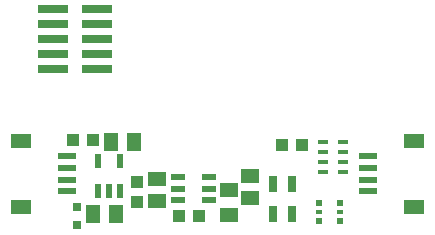
<source format=gbr>
G04 EAGLE Gerber RS-274X export*
G75*
%MOMM*%
%FSLAX34Y34*%
%LPD*%
%INSolderpaste Top*%
%IPPOS*%
%AMOC8*
5,1,8,0,0,1.08239X$1,22.5*%
G01*
%ADD10R,1.300000X1.500000*%
%ADD11R,0.550000X1.200000*%
%ADD12R,1.000000X1.100000*%
%ADD13R,0.900000X0.450000*%
%ADD14R,0.500000X0.500000*%
%ADD15R,0.500000X0.400000*%
%ADD16R,1.550000X0.600000*%
%ADD17R,1.800000X1.200000*%
%ADD18R,0.800000X0.800000*%
%ADD19R,1.100000X1.000000*%
%ADD20R,2.600000X0.650000*%
%ADD21R,1.500000X1.300000*%
%ADD22R,1.500000X1.200000*%
%ADD23R,1.200000X0.550000*%
%ADD24R,0.800000X1.350000*%


D10*
X72910Y55120D03*
X91910Y55120D03*
D11*
X76720Y73869D03*
X86220Y73869D03*
X95720Y73869D03*
X95720Y99871D03*
X76720Y99871D03*
D10*
X88150Y116080D03*
X107150Y116080D03*
D12*
X109980Y82020D03*
X109980Y65020D03*
D13*
X267600Y90010D03*
X284600Y90010D03*
X267600Y99010D03*
X267600Y107010D03*
X267600Y116010D03*
X284600Y116010D03*
X284600Y99010D03*
X284600Y107010D03*
D14*
X281910Y48890D03*
D15*
X281910Y56390D03*
D14*
X281910Y63890D03*
X263910Y63890D03*
D15*
X263910Y56390D03*
D14*
X263910Y48890D03*
D16*
X305060Y83900D03*
X305060Y93900D03*
X305060Y73900D03*
X305060Y103900D03*
D17*
X344060Y60900D03*
X344060Y116900D03*
D16*
X50540Y93900D03*
X50540Y83900D03*
X50540Y103900D03*
X50540Y73900D03*
D17*
X11540Y116900D03*
X11540Y60900D03*
D18*
X59180Y45700D03*
X59180Y60700D03*
D19*
X72510Y116980D03*
X55510Y116980D03*
D20*
X39040Y177600D03*
X39040Y190300D03*
X39040Y203000D03*
X39040Y215700D03*
X39040Y228400D03*
X76040Y177600D03*
X76040Y190300D03*
X76040Y203000D03*
X76040Y215700D03*
X76040Y228400D03*
D21*
X127000Y84430D03*
X127000Y65430D03*
D22*
X187960Y75270D03*
X187960Y54270D03*
D19*
X145170Y53340D03*
X162170Y53340D03*
D23*
X144480Y85700D03*
X144480Y76200D03*
X144480Y66700D03*
X170480Y66700D03*
X170480Y76200D03*
X170480Y85700D03*
D21*
X205740Y67970D03*
X205740Y86970D03*
D24*
X241300Y54610D03*
X241300Y80010D03*
D19*
X232800Y113030D03*
X249800Y113030D03*
D24*
X224790Y54610D03*
X224790Y80010D03*
M02*

</source>
